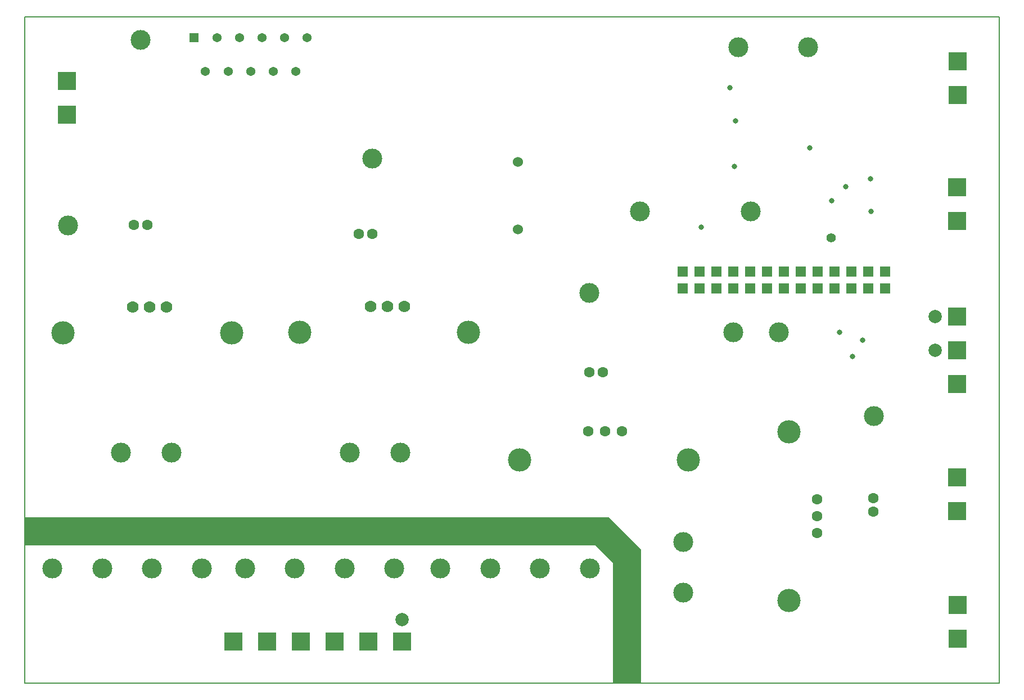
<source format=gbr>
%FSLAX23Y23*%
%MOIN*%
G04 EasyPC Gerber Version 17.0 Build 3379 *
%ADD158R,0.05400X0.05400*%
%ADD154R,0.06000X0.06000*%
%ADD150R,0.11024X0.11024*%
%ADD80C,0.00500*%
%ADD81C,0.03200*%
%ADD159C,0.05400*%
%ADD85C,0.05600*%
%ADD161C,0.06000*%
%ADD153C,0.06299*%
%ADD83C,0.06300*%
%ADD152C,0.07000*%
%ADD151C,0.07874*%
%ADD82C,0.11811*%
%ADD84C,0.13780*%
X0Y0D02*
D02*
D80*
X74Y35D02*
X5850D01*
Y3984*
X74*
Y35*
X3725D02*
X3565D01*
Y747*
X3457Y855*
X74*
Y1015*
X3533*
X3725Y823*
Y35*
G36*
X3565*
Y747*
X3457Y855*
X74*
Y1015*
X3533*
X3725Y823*
Y35*
G37*
D02*
D81*
X4083Y2737D03*
X4255Y3563D03*
X4279Y3098D03*
X4287Y3366D03*
X4728Y3208D03*
X4858Y2893D03*
X4905Y2112D03*
X4940Y2976D03*
X4980Y1970D03*
X5039Y2067D03*
X5088Y3023D03*
X5090Y2830D03*
D02*
D82*
X238Y714D03*
X330Y2748D03*
X533Y714D03*
X645Y1401D03*
X759Y3846D03*
X828Y714D03*
X945Y1401D03*
X1124Y714D03*
X1379D03*
X1675D03*
X1970D03*
X2000Y1401D03*
X2133Y3145D03*
X2265Y714D03*
X2300Y1401D03*
X2537Y714D03*
X2832D03*
X3127D03*
X3421Y2346D03*
X3423Y714D03*
X3720Y2830D03*
X3976Y570D03*
Y870D03*
X4275Y2114D03*
X4303Y3805D03*
X4377Y2829D03*
X4543Y2114D03*
X4716Y3805D03*
X5106Y1617D03*
D02*
D83*
X3414Y1527D03*
X3514D03*
X3614D03*
X4771Y925D03*
Y1025D03*
Y1125D03*
D02*
D84*
X299Y2110D03*
X1299D03*
X1704Y2114D03*
X2704D03*
X3007Y1358D03*
X4007D03*
X4602Y523D03*
Y1523D03*
D02*
D85*
X4854Y2673D03*
D02*
D150*
X322Y3402D03*
Y3602D03*
X1311Y279D03*
X1511D03*
X1711D03*
X1911D03*
X2111D03*
X2311D03*
X5601Y1052D03*
Y1252D03*
Y1808D03*
Y2008D03*
Y2208D03*
Y2772D03*
Y2972D03*
X5602Y296D03*
Y496D03*
Y3520D03*
Y3720D03*
D02*
D151*
X2311Y411D03*
X5469Y2008D03*
X5469Y2208D03*
D02*
D152*
X715Y2263D03*
X814D03*
X914D03*
X2124Y2267D03*
X2224D03*
X2324D03*
D02*
D153*
X720Y2750D03*
X799D03*
X2055Y2696D03*
X2133D03*
X3421Y1878D03*
X3500D03*
X5104Y1051D03*
Y1129D03*
D02*
D154*
X3973Y2372D03*
Y2472D03*
X4073Y2372D03*
Y2472D03*
X4173Y2372D03*
Y2472D03*
X4273Y2372D03*
Y2472D03*
X4373Y2372D03*
Y2472D03*
X4473Y2372D03*
Y2472D03*
X4573Y2372D03*
Y2472D03*
X4673Y2372D03*
Y2472D03*
X4773Y2372D03*
Y2472D03*
X4873Y2372D03*
Y2472D03*
X4973Y2372D03*
Y2472D03*
X5073Y2372D03*
Y2472D03*
X5173Y2372D03*
Y2472D03*
D02*
D158*
X1078Y3859D03*
D02*
D159*
X1145Y3659D03*
X1212Y3859D03*
X1279Y3659D03*
X1346Y3859D03*
X1413Y3659D03*
X1480Y3859D03*
X1547Y3659D03*
X1614Y3859D03*
X1681Y3659D03*
X1748Y3859D03*
D02*
D161*
X2997Y2723D03*
Y3123D03*
X0Y0D02*
M02*

</source>
